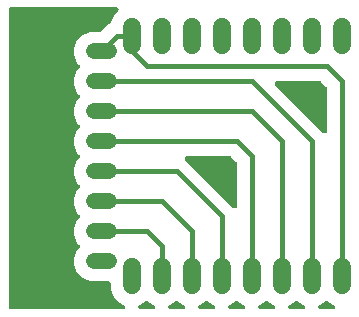
<source format=gbr>
G04 EAGLE Gerber X2 export*
G04 #@! %TF.Part,Single*
G04 #@! %TF.FileFunction,Copper,L1,Top,Mixed*
G04 #@! %TF.FilePolarity,Positive*
G04 #@! %TF.GenerationSoftware,Autodesk,EAGLE,9.0.0*
G04 #@! %TF.CreationDate,2019-08-08T19:07:45Z*
G75*
%MOMM*%
%FSLAX34Y34*%
%LPD*%
%AMOC8*
5,1,8,0,0,1.08239X$1,22.5*%
G01*
%ADD10C,1.524000*%
%ADD11C,1.320800*%
%ADD12C,0.406400*%

G36*
X106685Y10161D02*
X106685Y10161D01*
X106689Y10161D01*
X106883Y10181D01*
X107081Y10201D01*
X107085Y10202D01*
X107089Y10202D01*
X107276Y10261D01*
X107466Y10319D01*
X107470Y10321D01*
X107474Y10322D01*
X107647Y10417D01*
X107820Y10511D01*
X107823Y10513D01*
X107827Y10516D01*
X107980Y10644D01*
X108129Y10768D01*
X108132Y10772D01*
X108135Y10775D01*
X108258Y10929D01*
X108381Y11082D01*
X108383Y11086D01*
X108386Y11089D01*
X108476Y11264D01*
X108567Y11439D01*
X108568Y11444D01*
X108570Y11448D01*
X108623Y11635D01*
X108678Y11826D01*
X108678Y11831D01*
X108680Y11835D01*
X108695Y12028D01*
X108711Y12228D01*
X108710Y12232D01*
X108711Y12236D01*
X108687Y12430D01*
X108664Y12627D01*
X108663Y12632D01*
X108662Y12636D01*
X108601Y12821D01*
X108539Y13010D01*
X108537Y13014D01*
X108536Y13018D01*
X108438Y13190D01*
X108341Y13361D01*
X108338Y13364D01*
X108336Y13368D01*
X108205Y13519D01*
X108078Y13665D01*
X108075Y13668D01*
X108072Y13672D01*
X107915Y13792D01*
X107760Y13912D01*
X107756Y13914D01*
X107752Y13917D01*
X107457Y14069D01*
X104228Y15406D01*
X99226Y20408D01*
X96519Y26943D01*
X96519Y32004D01*
X96517Y32022D01*
X96519Y32040D01*
X96498Y32222D01*
X96479Y32405D01*
X96474Y32422D01*
X96472Y32439D01*
X96415Y32614D01*
X96361Y32790D01*
X96353Y32805D01*
X96347Y32822D01*
X96257Y32982D01*
X96169Y33144D01*
X96158Y33157D01*
X96149Y33173D01*
X96029Y33312D01*
X95912Y33453D01*
X95898Y33464D01*
X95886Y33478D01*
X95741Y33590D01*
X95598Y33705D01*
X95582Y33713D01*
X95568Y33724D01*
X95403Y33806D01*
X95241Y33891D01*
X95224Y33896D01*
X95208Y33904D01*
X95029Y33951D01*
X94854Y34002D01*
X94836Y34004D01*
X94819Y34008D01*
X94488Y34035D01*
X78961Y34035D01*
X72800Y36588D01*
X68084Y41304D01*
X65531Y47465D01*
X65531Y54135D01*
X68084Y60296D01*
X69851Y62064D01*
X69862Y62078D01*
X69876Y62089D01*
X69990Y62233D01*
X70106Y62375D01*
X70114Y62391D01*
X70125Y62405D01*
X70209Y62569D01*
X70294Y62731D01*
X70300Y62748D01*
X70308Y62764D01*
X70357Y62941D01*
X70409Y63117D01*
X70411Y63135D01*
X70416Y63152D01*
X70429Y63335D01*
X70446Y63518D01*
X70444Y63536D01*
X70445Y63553D01*
X70422Y63735D01*
X70402Y63918D01*
X70397Y63935D01*
X70395Y63953D01*
X70336Y64127D01*
X70281Y64302D01*
X70272Y64318D01*
X70266Y64334D01*
X70175Y64493D01*
X70086Y64654D01*
X70074Y64668D01*
X70065Y64683D01*
X69851Y64936D01*
X68084Y66704D01*
X65531Y72865D01*
X65531Y79535D01*
X68084Y85696D01*
X69851Y87464D01*
X69862Y87478D01*
X69876Y87489D01*
X69990Y87633D01*
X70106Y87775D01*
X70114Y87791D01*
X70125Y87805D01*
X70209Y87969D01*
X70294Y88131D01*
X70300Y88148D01*
X70308Y88164D01*
X70357Y88341D01*
X70409Y88517D01*
X70411Y88535D01*
X70416Y88552D01*
X70429Y88735D01*
X70446Y88918D01*
X70444Y88936D01*
X70445Y88953D01*
X70422Y89135D01*
X70402Y89318D01*
X70397Y89335D01*
X70395Y89353D01*
X70336Y89527D01*
X70281Y89702D01*
X70272Y89718D01*
X70266Y89734D01*
X70175Y89893D01*
X70086Y90054D01*
X70074Y90068D01*
X70065Y90083D01*
X69851Y90336D01*
X68084Y92104D01*
X65531Y98265D01*
X65531Y104935D01*
X68084Y111096D01*
X69851Y112864D01*
X69862Y112878D01*
X69876Y112889D01*
X69990Y113033D01*
X70106Y113175D01*
X70114Y113191D01*
X70125Y113205D01*
X70209Y113369D01*
X70294Y113531D01*
X70300Y113548D01*
X70308Y113564D01*
X70357Y113741D01*
X70409Y113917D01*
X70411Y113935D01*
X70416Y113952D01*
X70429Y114135D01*
X70446Y114318D01*
X70444Y114336D01*
X70445Y114353D01*
X70422Y114535D01*
X70402Y114718D01*
X70397Y114735D01*
X70395Y114753D01*
X70336Y114927D01*
X70281Y115102D01*
X70272Y115118D01*
X70266Y115134D01*
X70175Y115293D01*
X70086Y115454D01*
X70074Y115468D01*
X70065Y115483D01*
X69851Y115736D01*
X68084Y117504D01*
X65531Y123665D01*
X65531Y130335D01*
X68084Y136496D01*
X69851Y138264D01*
X69862Y138278D01*
X69876Y138289D01*
X69990Y138433D01*
X70106Y138575D01*
X70114Y138591D01*
X70125Y138605D01*
X70209Y138769D01*
X70294Y138931D01*
X70300Y138948D01*
X70308Y138964D01*
X70357Y139141D01*
X70409Y139317D01*
X70411Y139335D01*
X70416Y139352D01*
X70429Y139535D01*
X70446Y139718D01*
X70444Y139736D01*
X70445Y139753D01*
X70422Y139935D01*
X70402Y140118D01*
X70397Y140135D01*
X70395Y140153D01*
X70336Y140327D01*
X70281Y140502D01*
X70272Y140518D01*
X70266Y140534D01*
X70175Y140693D01*
X70086Y140854D01*
X70074Y140868D01*
X70065Y140883D01*
X69851Y141136D01*
X68084Y142904D01*
X65531Y149065D01*
X65531Y155735D01*
X68084Y161896D01*
X69851Y163664D01*
X69862Y163678D01*
X69876Y163689D01*
X69990Y163833D01*
X70106Y163975D01*
X70114Y163991D01*
X70125Y164005D01*
X70209Y164169D01*
X70294Y164331D01*
X70300Y164348D01*
X70308Y164364D01*
X70357Y164541D01*
X70409Y164717D01*
X70411Y164735D01*
X70416Y164752D01*
X70429Y164935D01*
X70446Y165118D01*
X70444Y165136D01*
X70445Y165153D01*
X70422Y165335D01*
X70402Y165518D01*
X70397Y165535D01*
X70395Y165553D01*
X70336Y165727D01*
X70281Y165902D01*
X70272Y165918D01*
X70266Y165934D01*
X70175Y166093D01*
X70086Y166254D01*
X70074Y166268D01*
X70065Y166283D01*
X69851Y166536D01*
X68084Y168304D01*
X65531Y174465D01*
X65531Y181135D01*
X68084Y187296D01*
X69851Y189064D01*
X69862Y189078D01*
X69876Y189089D01*
X69990Y189233D01*
X70106Y189375D01*
X70114Y189391D01*
X70125Y189405D01*
X70209Y189569D01*
X70294Y189731D01*
X70300Y189748D01*
X70308Y189764D01*
X70357Y189941D01*
X70409Y190117D01*
X70411Y190135D01*
X70416Y190152D01*
X70429Y190334D01*
X70446Y190518D01*
X70444Y190536D01*
X70445Y190553D01*
X70422Y190735D01*
X70402Y190918D01*
X70397Y190935D01*
X70395Y190953D01*
X70336Y191127D01*
X70281Y191302D01*
X70272Y191318D01*
X70266Y191334D01*
X70175Y191493D01*
X70086Y191654D01*
X70074Y191668D01*
X70065Y191683D01*
X69851Y191936D01*
X68084Y193704D01*
X65531Y199865D01*
X65531Y206535D01*
X68084Y212696D01*
X69851Y214464D01*
X69862Y214478D01*
X69876Y214489D01*
X69990Y214633D01*
X70106Y214775D01*
X70114Y214791D01*
X70125Y214805D01*
X70209Y214969D01*
X70294Y215131D01*
X70300Y215148D01*
X70308Y215164D01*
X70357Y215341D01*
X70409Y215517D01*
X70411Y215535D01*
X70416Y215552D01*
X70429Y215735D01*
X70446Y215918D01*
X70444Y215936D01*
X70445Y215953D01*
X70422Y216135D01*
X70402Y216318D01*
X70397Y216335D01*
X70395Y216353D01*
X70336Y216527D01*
X70281Y216702D01*
X70272Y216718D01*
X70266Y216734D01*
X70175Y216893D01*
X70086Y217054D01*
X70074Y217068D01*
X70065Y217083D01*
X69851Y217336D01*
X68084Y219104D01*
X65531Y225265D01*
X65531Y231935D01*
X68084Y238096D01*
X72800Y242812D01*
X78961Y245365D01*
X87580Y245365D01*
X87607Y245367D01*
X87634Y245365D01*
X87807Y245387D01*
X87981Y245405D01*
X88006Y245412D01*
X88033Y245416D01*
X88199Y245471D01*
X88366Y245523D01*
X88389Y245536D01*
X88415Y245544D01*
X88566Y245631D01*
X88720Y245715D01*
X88740Y245732D01*
X88764Y245745D01*
X89017Y245960D01*
X94693Y251637D01*
X95710Y252058D01*
X95733Y252070D01*
X95759Y252079D01*
X95911Y252165D01*
X96065Y252248D01*
X96085Y252265D01*
X96109Y252278D01*
X96240Y252393D01*
X96375Y252504D01*
X96392Y252525D01*
X96412Y252543D01*
X96519Y252681D01*
X96629Y252817D01*
X96641Y252841D01*
X96658Y252862D01*
X96809Y253157D01*
X99226Y258992D01*
X102706Y262472D01*
X102712Y262479D01*
X102718Y262484D01*
X102839Y262634D01*
X102961Y262783D01*
X102965Y262791D01*
X102971Y262798D01*
X103059Y262968D01*
X103150Y263139D01*
X103152Y263148D01*
X103156Y263155D01*
X103209Y263340D01*
X103264Y263525D01*
X103265Y263534D01*
X103268Y263542D01*
X103283Y263733D01*
X103301Y263926D01*
X103300Y263935D01*
X103301Y263944D01*
X103278Y264133D01*
X103257Y264326D01*
X103255Y264335D01*
X103254Y264343D01*
X103194Y264525D01*
X103136Y264710D01*
X103132Y264718D01*
X103129Y264726D01*
X103034Y264895D01*
X102941Y265062D01*
X102935Y265069D01*
X102931Y265077D01*
X102805Y265223D01*
X102681Y265369D01*
X102674Y265375D01*
X102668Y265382D01*
X102516Y265499D01*
X102365Y265619D01*
X102357Y265623D01*
X102350Y265628D01*
X102178Y265714D01*
X102006Y265801D01*
X101997Y265804D01*
X101989Y265808D01*
X101803Y265858D01*
X101618Y265909D01*
X101609Y265910D01*
X101600Y265912D01*
X101270Y265939D01*
X12192Y265939D01*
X12174Y265937D01*
X12156Y265939D01*
X11974Y265918D01*
X11791Y265899D01*
X11774Y265894D01*
X11757Y265892D01*
X11582Y265835D01*
X11406Y265781D01*
X11391Y265773D01*
X11374Y265767D01*
X11214Y265677D01*
X11052Y265589D01*
X11039Y265578D01*
X11023Y265569D01*
X10884Y265449D01*
X10743Y265332D01*
X10732Y265318D01*
X10718Y265306D01*
X10606Y265161D01*
X10491Y265018D01*
X10483Y265002D01*
X10472Y264988D01*
X10390Y264823D01*
X10305Y264661D01*
X10300Y264644D01*
X10292Y264628D01*
X10245Y264449D01*
X10194Y264274D01*
X10192Y264256D01*
X10188Y264239D01*
X10161Y263908D01*
X10161Y12192D01*
X10163Y12174D01*
X10161Y12156D01*
X10183Y11973D01*
X10201Y11791D01*
X10206Y11774D01*
X10208Y11757D01*
X10265Y11582D01*
X10319Y11406D01*
X10327Y11391D01*
X10333Y11374D01*
X10423Y11214D01*
X10511Y11052D01*
X10522Y11039D01*
X10531Y11023D01*
X10651Y10884D01*
X10768Y10743D01*
X10782Y10732D01*
X10794Y10718D01*
X10939Y10606D01*
X11082Y10491D01*
X11098Y10483D01*
X11112Y10472D01*
X11277Y10390D01*
X11439Y10305D01*
X11456Y10300D01*
X11472Y10292D01*
X11651Y10245D01*
X11826Y10194D01*
X11844Y10192D01*
X11861Y10188D01*
X12192Y10161D01*
X106680Y10161D01*
X106685Y10161D01*
G37*
G36*
X277903Y159309D02*
X277903Y159309D01*
X277912Y159309D01*
X278101Y159331D01*
X278294Y159352D01*
X278303Y159355D01*
X278311Y159356D01*
X278493Y159415D01*
X278678Y159473D01*
X278686Y159478D01*
X278694Y159481D01*
X278863Y159576D01*
X279030Y159668D01*
X279037Y159674D01*
X279045Y159678D01*
X279191Y159804D01*
X279337Y159929D01*
X279343Y159936D01*
X279350Y159942D01*
X279467Y160093D01*
X279587Y160245D01*
X279591Y160253D01*
X279596Y160260D01*
X279682Y160432D01*
X279769Y160604D01*
X279772Y160612D01*
X279776Y160620D01*
X279826Y160807D01*
X279877Y160991D01*
X279878Y161000D01*
X279880Y161009D01*
X279907Y161340D01*
X279907Y197308D01*
X279905Y197335D01*
X279907Y197362D01*
X279885Y197535D01*
X279867Y197709D01*
X279860Y197734D01*
X279856Y197761D01*
X279801Y197927D01*
X279749Y198094D01*
X279736Y198117D01*
X279728Y198143D01*
X279641Y198294D01*
X279557Y198448D01*
X279540Y198468D01*
X279527Y198492D01*
X279312Y198745D01*
X274945Y203112D01*
X274924Y203129D01*
X274906Y203150D01*
X274768Y203257D01*
X274633Y203367D01*
X274609Y203380D01*
X274588Y203396D01*
X274431Y203474D01*
X274277Y203556D01*
X274252Y203564D01*
X274228Y203576D01*
X274058Y203621D01*
X273891Y203671D01*
X273865Y203673D01*
X273839Y203680D01*
X273508Y203707D01*
X237540Y203707D01*
X237531Y203706D01*
X237522Y203707D01*
X237329Y203686D01*
X237139Y203667D01*
X237131Y203665D01*
X237122Y203664D01*
X236937Y203605D01*
X236754Y203549D01*
X236746Y203545D01*
X236738Y203542D01*
X236570Y203449D01*
X236400Y203357D01*
X236393Y203352D01*
X236385Y203347D01*
X236238Y203223D01*
X236091Y203100D01*
X236085Y203093D01*
X236078Y203087D01*
X235959Y202935D01*
X235839Y202786D01*
X235834Y202778D01*
X235829Y202771D01*
X235741Y202598D01*
X235653Y202429D01*
X235651Y202420D01*
X235647Y202412D01*
X235595Y202226D01*
X235542Y202042D01*
X235541Y202033D01*
X235539Y202024D01*
X235524Y201831D01*
X235509Y201640D01*
X235510Y201632D01*
X235509Y201623D01*
X235533Y201430D01*
X235556Y201241D01*
X235558Y201232D01*
X235560Y201223D01*
X235621Y201041D01*
X235681Y200858D01*
X235685Y200850D01*
X235688Y200842D01*
X235784Y200675D01*
X235878Y200507D01*
X235884Y200500D01*
X235889Y200493D01*
X236103Y200240D01*
X276440Y159903D01*
X276447Y159898D01*
X276452Y159891D01*
X276602Y159771D01*
X276751Y159648D01*
X276759Y159644D01*
X276766Y159639D01*
X276937Y159550D01*
X277107Y159460D01*
X277115Y159457D01*
X277123Y159453D01*
X277309Y159400D01*
X277493Y159345D01*
X277502Y159344D01*
X277510Y159342D01*
X277702Y159326D01*
X277894Y159309D01*
X277903Y159309D01*
G37*
G36*
X201703Y95809D02*
X201703Y95809D01*
X201712Y95809D01*
X201901Y95831D01*
X202094Y95852D01*
X202103Y95855D01*
X202111Y95856D01*
X202293Y95915D01*
X202478Y95973D01*
X202486Y95978D01*
X202494Y95981D01*
X202663Y96076D01*
X202830Y96168D01*
X202837Y96174D01*
X202845Y96178D01*
X202991Y96304D01*
X203137Y96429D01*
X203143Y96436D01*
X203150Y96442D01*
X203267Y96593D01*
X203387Y96745D01*
X203391Y96753D01*
X203396Y96760D01*
X203482Y96932D01*
X203569Y97104D01*
X203572Y97112D01*
X203576Y97120D01*
X203626Y97306D01*
X203677Y97491D01*
X203678Y97500D01*
X203680Y97509D01*
X203707Y97840D01*
X203707Y133808D01*
X203705Y133835D01*
X203707Y133862D01*
X203685Y134035D01*
X203667Y134209D01*
X203660Y134234D01*
X203656Y134261D01*
X203601Y134427D01*
X203549Y134594D01*
X203536Y134617D01*
X203528Y134643D01*
X203441Y134794D01*
X203357Y134948D01*
X203340Y134968D01*
X203327Y134992D01*
X203112Y135245D01*
X198745Y139612D01*
X198724Y139629D01*
X198706Y139650D01*
X198568Y139756D01*
X198433Y139867D01*
X198409Y139880D01*
X198388Y139896D01*
X198231Y139974D01*
X198077Y140056D01*
X198052Y140064D01*
X198028Y140076D01*
X197858Y140121D01*
X197691Y140171D01*
X197665Y140173D01*
X197639Y140180D01*
X197308Y140207D01*
X161340Y140207D01*
X161331Y140206D01*
X161322Y140207D01*
X161129Y140186D01*
X160939Y140167D01*
X160931Y140165D01*
X160922Y140164D01*
X160737Y140105D01*
X160554Y140049D01*
X160546Y140045D01*
X160538Y140042D01*
X160370Y139949D01*
X160200Y139857D01*
X160193Y139852D01*
X160185Y139847D01*
X160038Y139723D01*
X159891Y139600D01*
X159885Y139593D01*
X159878Y139587D01*
X159759Y139435D01*
X159639Y139286D01*
X159634Y139278D01*
X159629Y139271D01*
X159541Y139098D01*
X159453Y138929D01*
X159451Y138920D01*
X159447Y138912D01*
X159395Y138726D01*
X159342Y138542D01*
X159341Y138533D01*
X159339Y138524D01*
X159324Y138331D01*
X159309Y138140D01*
X159310Y138132D01*
X159309Y138123D01*
X159333Y137930D01*
X159356Y137741D01*
X159358Y137732D01*
X159360Y137723D01*
X159421Y137541D01*
X159481Y137358D01*
X159485Y137350D01*
X159488Y137342D01*
X159584Y137175D01*
X159678Y137007D01*
X159684Y137000D01*
X159689Y136993D01*
X159903Y136740D01*
X197121Y99522D01*
X200240Y96403D01*
X200247Y96398D01*
X200252Y96391D01*
X200402Y96271D01*
X200551Y96148D01*
X200559Y96144D01*
X200566Y96139D01*
X200736Y96050D01*
X200907Y95960D01*
X200916Y95957D01*
X200923Y95953D01*
X201108Y95900D01*
X201293Y95845D01*
X201302Y95844D01*
X201310Y95842D01*
X201501Y95826D01*
X201694Y95809D01*
X201703Y95809D01*
G37*
G36*
X182885Y10161D02*
X182885Y10161D01*
X182889Y10161D01*
X183083Y10181D01*
X183281Y10201D01*
X183285Y10202D01*
X183289Y10202D01*
X183476Y10261D01*
X183666Y10319D01*
X183670Y10321D01*
X183674Y10322D01*
X183847Y10417D01*
X184020Y10511D01*
X184023Y10513D01*
X184027Y10516D01*
X184180Y10644D01*
X184329Y10768D01*
X184332Y10772D01*
X184335Y10775D01*
X184458Y10929D01*
X184581Y11082D01*
X184583Y11086D01*
X184586Y11089D01*
X184676Y11264D01*
X184767Y11439D01*
X184768Y11444D01*
X184770Y11448D01*
X184823Y11635D01*
X184878Y11826D01*
X184878Y11831D01*
X184880Y11835D01*
X184895Y12028D01*
X184911Y12228D01*
X184910Y12232D01*
X184911Y12236D01*
X184887Y12430D01*
X184864Y12627D01*
X184863Y12632D01*
X184862Y12636D01*
X184801Y12821D01*
X184739Y13010D01*
X184737Y13014D01*
X184736Y13018D01*
X184638Y13190D01*
X184541Y13361D01*
X184538Y13364D01*
X184536Y13368D01*
X184405Y13519D01*
X184278Y13665D01*
X184275Y13668D01*
X184272Y13672D01*
X184115Y13792D01*
X183960Y13912D01*
X183956Y13914D01*
X183952Y13917D01*
X183657Y14069D01*
X180428Y15406D01*
X179236Y16598D01*
X179222Y16609D01*
X179211Y16623D01*
X179067Y16737D01*
X178925Y16853D01*
X178909Y16861D01*
X178895Y16872D01*
X178731Y16956D01*
X178569Y17042D01*
X178552Y17047D01*
X178536Y17055D01*
X178359Y17104D01*
X178183Y17156D01*
X178165Y17158D01*
X178148Y17163D01*
X177965Y17176D01*
X177782Y17193D01*
X177764Y17191D01*
X177747Y17192D01*
X177565Y17169D01*
X177382Y17149D01*
X177365Y17144D01*
X177347Y17142D01*
X177173Y17083D01*
X176998Y17028D01*
X176982Y17019D01*
X176966Y17014D01*
X176807Y16922D01*
X176646Y16833D01*
X176632Y16821D01*
X176617Y16813D01*
X176364Y16598D01*
X175172Y15406D01*
X171943Y14069D01*
X171939Y14067D01*
X171934Y14065D01*
X171762Y13972D01*
X171588Y13878D01*
X171584Y13876D01*
X171580Y13873D01*
X171432Y13749D01*
X171277Y13622D01*
X171275Y13619D01*
X171271Y13616D01*
X171148Y13463D01*
X171024Y13309D01*
X171022Y13305D01*
X171019Y13302D01*
X170929Y13129D01*
X170837Y12953D01*
X170835Y12949D01*
X170833Y12945D01*
X170779Y12756D01*
X170724Y12566D01*
X170723Y12562D01*
X170722Y12558D01*
X170706Y12360D01*
X170689Y12165D01*
X170689Y12161D01*
X170689Y12156D01*
X170712Y11962D01*
X170734Y11765D01*
X170735Y11761D01*
X170736Y11757D01*
X170796Y11571D01*
X170857Y11382D01*
X170859Y11378D01*
X170861Y11374D01*
X170958Y11201D01*
X171054Y11030D01*
X171056Y11027D01*
X171059Y11023D01*
X171187Y10874D01*
X171315Y10725D01*
X171319Y10722D01*
X171322Y10718D01*
X171477Y10598D01*
X171632Y10476D01*
X171636Y10474D01*
X171640Y10472D01*
X171818Y10383D01*
X171992Y10296D01*
X171996Y10294D01*
X172000Y10292D01*
X172192Y10241D01*
X172380Y10189D01*
X172385Y10189D01*
X172389Y10188D01*
X172720Y10161D01*
X182880Y10161D01*
X182885Y10161D01*
G37*
G36*
X132085Y10161D02*
X132085Y10161D01*
X132089Y10161D01*
X132283Y10181D01*
X132481Y10201D01*
X132485Y10202D01*
X132489Y10202D01*
X132676Y10261D01*
X132866Y10319D01*
X132870Y10321D01*
X132874Y10322D01*
X133047Y10417D01*
X133220Y10511D01*
X133223Y10513D01*
X133227Y10516D01*
X133380Y10644D01*
X133529Y10768D01*
X133532Y10772D01*
X133535Y10775D01*
X133658Y10929D01*
X133781Y11082D01*
X133783Y11086D01*
X133786Y11089D01*
X133876Y11264D01*
X133967Y11439D01*
X133968Y11444D01*
X133970Y11448D01*
X134023Y11635D01*
X134078Y11826D01*
X134078Y11831D01*
X134080Y11835D01*
X134095Y12028D01*
X134111Y12228D01*
X134110Y12232D01*
X134111Y12236D01*
X134087Y12430D01*
X134064Y12627D01*
X134063Y12632D01*
X134062Y12636D01*
X134001Y12821D01*
X133939Y13010D01*
X133937Y13014D01*
X133936Y13018D01*
X133838Y13190D01*
X133741Y13361D01*
X133738Y13364D01*
X133736Y13368D01*
X133605Y13519D01*
X133478Y13665D01*
X133475Y13668D01*
X133472Y13672D01*
X133315Y13792D01*
X133160Y13912D01*
X133156Y13914D01*
X133152Y13917D01*
X132857Y14069D01*
X129628Y15406D01*
X128436Y16598D01*
X128422Y16609D01*
X128411Y16623D01*
X128267Y16737D01*
X128125Y16853D01*
X128109Y16861D01*
X128095Y16872D01*
X127931Y16956D01*
X127769Y17042D01*
X127752Y17047D01*
X127736Y17055D01*
X127559Y17104D01*
X127383Y17156D01*
X127365Y17158D01*
X127348Y17163D01*
X127165Y17176D01*
X126982Y17193D01*
X126964Y17191D01*
X126947Y17192D01*
X126765Y17169D01*
X126582Y17149D01*
X126565Y17144D01*
X126547Y17142D01*
X126373Y17083D01*
X126198Y17028D01*
X126182Y17019D01*
X126166Y17014D01*
X126007Y16922D01*
X125846Y16833D01*
X125832Y16821D01*
X125817Y16813D01*
X125564Y16598D01*
X124372Y15406D01*
X121143Y14069D01*
X121139Y14067D01*
X121134Y14065D01*
X120962Y13972D01*
X120788Y13878D01*
X120784Y13876D01*
X120780Y13873D01*
X120632Y13749D01*
X120477Y13622D01*
X120475Y13619D01*
X120471Y13616D01*
X120348Y13463D01*
X120224Y13309D01*
X120222Y13305D01*
X120219Y13302D01*
X120129Y13129D01*
X120037Y12953D01*
X120035Y12949D01*
X120033Y12945D01*
X119979Y12756D01*
X119924Y12566D01*
X119923Y12562D01*
X119922Y12558D01*
X119906Y12360D01*
X119889Y12165D01*
X119889Y12161D01*
X119889Y12156D01*
X119912Y11962D01*
X119934Y11765D01*
X119935Y11761D01*
X119936Y11757D01*
X119996Y11571D01*
X120057Y11382D01*
X120059Y11378D01*
X120061Y11374D01*
X120158Y11201D01*
X120254Y11030D01*
X120256Y11027D01*
X120259Y11023D01*
X120387Y10874D01*
X120515Y10725D01*
X120519Y10722D01*
X120522Y10718D01*
X120677Y10598D01*
X120832Y10476D01*
X120836Y10474D01*
X120840Y10472D01*
X121018Y10383D01*
X121192Y10296D01*
X121196Y10294D01*
X121200Y10292D01*
X121392Y10241D01*
X121580Y10189D01*
X121585Y10189D01*
X121589Y10188D01*
X121920Y10161D01*
X132080Y10161D01*
X132085Y10161D01*
G37*
G36*
X157485Y10161D02*
X157485Y10161D01*
X157489Y10161D01*
X157683Y10181D01*
X157881Y10201D01*
X157885Y10202D01*
X157889Y10202D01*
X158076Y10261D01*
X158266Y10319D01*
X158270Y10321D01*
X158274Y10322D01*
X158447Y10417D01*
X158620Y10511D01*
X158623Y10513D01*
X158627Y10516D01*
X158780Y10644D01*
X158929Y10768D01*
X158932Y10772D01*
X158935Y10775D01*
X159058Y10929D01*
X159181Y11082D01*
X159183Y11086D01*
X159186Y11089D01*
X159276Y11264D01*
X159367Y11439D01*
X159368Y11444D01*
X159370Y11448D01*
X159423Y11635D01*
X159478Y11826D01*
X159478Y11831D01*
X159480Y11835D01*
X159495Y12028D01*
X159511Y12228D01*
X159510Y12232D01*
X159511Y12236D01*
X159487Y12430D01*
X159464Y12627D01*
X159463Y12632D01*
X159462Y12636D01*
X159401Y12821D01*
X159339Y13010D01*
X159337Y13014D01*
X159336Y13018D01*
X159238Y13190D01*
X159141Y13361D01*
X159138Y13364D01*
X159136Y13368D01*
X159005Y13519D01*
X158878Y13665D01*
X158875Y13668D01*
X158872Y13672D01*
X158715Y13792D01*
X158560Y13912D01*
X158556Y13914D01*
X158552Y13917D01*
X158257Y14069D01*
X155028Y15406D01*
X153836Y16598D01*
X153822Y16609D01*
X153811Y16623D01*
X153667Y16737D01*
X153525Y16853D01*
X153509Y16861D01*
X153495Y16872D01*
X153331Y16956D01*
X153169Y17042D01*
X153152Y17047D01*
X153136Y17055D01*
X152959Y17104D01*
X152783Y17156D01*
X152765Y17158D01*
X152748Y17163D01*
X152565Y17176D01*
X152382Y17193D01*
X152364Y17191D01*
X152347Y17192D01*
X152165Y17169D01*
X151982Y17149D01*
X151965Y17144D01*
X151947Y17142D01*
X151773Y17083D01*
X151598Y17028D01*
X151582Y17019D01*
X151566Y17014D01*
X151407Y16922D01*
X151246Y16833D01*
X151232Y16821D01*
X151217Y16813D01*
X150964Y16598D01*
X149772Y15406D01*
X146543Y14069D01*
X146539Y14067D01*
X146534Y14065D01*
X146362Y13972D01*
X146188Y13878D01*
X146184Y13876D01*
X146180Y13873D01*
X146032Y13749D01*
X145877Y13622D01*
X145875Y13619D01*
X145871Y13616D01*
X145748Y13463D01*
X145624Y13309D01*
X145622Y13305D01*
X145619Y13302D01*
X145529Y13129D01*
X145437Y12953D01*
X145435Y12949D01*
X145433Y12945D01*
X145379Y12756D01*
X145324Y12566D01*
X145323Y12562D01*
X145322Y12558D01*
X145306Y12360D01*
X145289Y12165D01*
X145289Y12161D01*
X145289Y12156D01*
X145312Y11962D01*
X145334Y11765D01*
X145335Y11761D01*
X145336Y11757D01*
X145396Y11571D01*
X145457Y11382D01*
X145459Y11378D01*
X145461Y11374D01*
X145558Y11201D01*
X145654Y11030D01*
X145656Y11027D01*
X145659Y11023D01*
X145787Y10874D01*
X145915Y10725D01*
X145919Y10722D01*
X145922Y10718D01*
X146077Y10598D01*
X146232Y10476D01*
X146236Y10474D01*
X146240Y10472D01*
X146418Y10383D01*
X146592Y10296D01*
X146596Y10294D01*
X146600Y10292D01*
X146792Y10241D01*
X146980Y10189D01*
X146985Y10189D01*
X146989Y10188D01*
X147320Y10161D01*
X157480Y10161D01*
X157485Y10161D01*
G37*
G36*
X284485Y10161D02*
X284485Y10161D01*
X284489Y10161D01*
X284683Y10181D01*
X284881Y10201D01*
X284885Y10202D01*
X284889Y10202D01*
X285076Y10261D01*
X285266Y10319D01*
X285270Y10321D01*
X285274Y10322D01*
X285447Y10417D01*
X285620Y10511D01*
X285623Y10513D01*
X285627Y10516D01*
X285780Y10644D01*
X285929Y10768D01*
X285932Y10772D01*
X285935Y10775D01*
X286058Y10929D01*
X286181Y11082D01*
X286183Y11086D01*
X286186Y11089D01*
X286276Y11264D01*
X286367Y11439D01*
X286368Y11444D01*
X286370Y11448D01*
X286423Y11635D01*
X286478Y11826D01*
X286478Y11831D01*
X286480Y11835D01*
X286495Y12028D01*
X286511Y12228D01*
X286510Y12232D01*
X286511Y12236D01*
X286487Y12430D01*
X286464Y12627D01*
X286463Y12632D01*
X286462Y12636D01*
X286401Y12821D01*
X286339Y13010D01*
X286337Y13014D01*
X286336Y13018D01*
X286238Y13190D01*
X286141Y13361D01*
X286138Y13364D01*
X286136Y13368D01*
X286005Y13519D01*
X285878Y13665D01*
X285875Y13668D01*
X285872Y13672D01*
X285715Y13792D01*
X285560Y13912D01*
X285556Y13914D01*
X285552Y13917D01*
X285257Y14069D01*
X282028Y15406D01*
X280836Y16598D01*
X280822Y16609D01*
X280811Y16623D01*
X280667Y16737D01*
X280525Y16853D01*
X280509Y16861D01*
X280495Y16872D01*
X280331Y16956D01*
X280169Y17042D01*
X280152Y17047D01*
X280136Y17055D01*
X279959Y17104D01*
X279783Y17156D01*
X279765Y17158D01*
X279748Y17163D01*
X279565Y17176D01*
X279382Y17193D01*
X279364Y17191D01*
X279347Y17192D01*
X279165Y17169D01*
X278982Y17149D01*
X278965Y17144D01*
X278947Y17142D01*
X278773Y17083D01*
X278598Y17028D01*
X278582Y17019D01*
X278566Y17014D01*
X278407Y16922D01*
X278246Y16833D01*
X278232Y16821D01*
X278217Y16813D01*
X277964Y16598D01*
X276772Y15406D01*
X273543Y14069D01*
X273539Y14067D01*
X273534Y14065D01*
X273362Y13972D01*
X273188Y13878D01*
X273184Y13876D01*
X273180Y13873D01*
X273032Y13749D01*
X272877Y13622D01*
X272875Y13619D01*
X272871Y13616D01*
X272748Y13463D01*
X272624Y13309D01*
X272622Y13305D01*
X272619Y13302D01*
X272529Y13129D01*
X272437Y12953D01*
X272435Y12949D01*
X272433Y12945D01*
X272379Y12756D01*
X272324Y12566D01*
X272323Y12562D01*
X272322Y12558D01*
X272306Y12360D01*
X272289Y12165D01*
X272289Y12161D01*
X272289Y12156D01*
X272312Y11962D01*
X272334Y11765D01*
X272335Y11761D01*
X272336Y11757D01*
X272396Y11571D01*
X272457Y11382D01*
X272459Y11378D01*
X272461Y11374D01*
X272558Y11201D01*
X272654Y11030D01*
X272656Y11027D01*
X272659Y11023D01*
X272787Y10874D01*
X272915Y10725D01*
X272919Y10722D01*
X272922Y10718D01*
X273077Y10598D01*
X273232Y10476D01*
X273236Y10474D01*
X273240Y10472D01*
X273418Y10383D01*
X273592Y10296D01*
X273596Y10294D01*
X273600Y10292D01*
X273792Y10241D01*
X273980Y10189D01*
X273985Y10189D01*
X273989Y10188D01*
X274320Y10161D01*
X284480Y10161D01*
X284485Y10161D01*
G37*
G36*
X259085Y10161D02*
X259085Y10161D01*
X259089Y10161D01*
X259283Y10181D01*
X259481Y10201D01*
X259485Y10202D01*
X259489Y10202D01*
X259676Y10261D01*
X259866Y10319D01*
X259870Y10321D01*
X259874Y10322D01*
X260047Y10417D01*
X260220Y10511D01*
X260223Y10513D01*
X260227Y10516D01*
X260380Y10644D01*
X260529Y10768D01*
X260532Y10772D01*
X260535Y10775D01*
X260658Y10929D01*
X260781Y11082D01*
X260783Y11086D01*
X260786Y11089D01*
X260876Y11264D01*
X260967Y11439D01*
X260968Y11444D01*
X260970Y11448D01*
X261023Y11635D01*
X261078Y11826D01*
X261078Y11831D01*
X261080Y11835D01*
X261095Y12028D01*
X261111Y12228D01*
X261110Y12232D01*
X261111Y12236D01*
X261087Y12430D01*
X261064Y12627D01*
X261063Y12632D01*
X261062Y12636D01*
X261001Y12821D01*
X260939Y13010D01*
X260937Y13014D01*
X260936Y13018D01*
X260838Y13190D01*
X260741Y13361D01*
X260738Y13364D01*
X260736Y13368D01*
X260605Y13519D01*
X260478Y13665D01*
X260475Y13668D01*
X260472Y13672D01*
X260315Y13792D01*
X260160Y13912D01*
X260156Y13914D01*
X260152Y13917D01*
X259857Y14069D01*
X256628Y15406D01*
X255436Y16598D01*
X255422Y16609D01*
X255411Y16623D01*
X255267Y16737D01*
X255125Y16853D01*
X255109Y16861D01*
X255095Y16872D01*
X254931Y16956D01*
X254769Y17042D01*
X254752Y17047D01*
X254736Y17055D01*
X254559Y17104D01*
X254383Y17156D01*
X254365Y17158D01*
X254348Y17163D01*
X254165Y17176D01*
X253982Y17193D01*
X253964Y17191D01*
X253947Y17192D01*
X253765Y17169D01*
X253582Y17149D01*
X253565Y17144D01*
X253547Y17142D01*
X253373Y17083D01*
X253198Y17028D01*
X253182Y17019D01*
X253166Y17014D01*
X253007Y16922D01*
X252846Y16833D01*
X252832Y16821D01*
X252817Y16813D01*
X252564Y16598D01*
X251372Y15406D01*
X248143Y14069D01*
X248139Y14067D01*
X248134Y14065D01*
X247962Y13972D01*
X247788Y13878D01*
X247784Y13876D01*
X247780Y13873D01*
X247632Y13749D01*
X247477Y13622D01*
X247475Y13619D01*
X247471Y13616D01*
X247348Y13463D01*
X247224Y13309D01*
X247222Y13305D01*
X247219Y13302D01*
X247129Y13129D01*
X247037Y12953D01*
X247035Y12949D01*
X247033Y12945D01*
X246979Y12756D01*
X246924Y12566D01*
X246923Y12562D01*
X246922Y12558D01*
X246906Y12360D01*
X246889Y12165D01*
X246889Y12161D01*
X246889Y12156D01*
X246912Y11962D01*
X246934Y11765D01*
X246935Y11761D01*
X246936Y11757D01*
X246996Y11571D01*
X247057Y11382D01*
X247059Y11378D01*
X247061Y11374D01*
X247158Y11201D01*
X247254Y11030D01*
X247256Y11027D01*
X247259Y11023D01*
X247387Y10874D01*
X247515Y10725D01*
X247519Y10722D01*
X247522Y10718D01*
X247677Y10598D01*
X247832Y10476D01*
X247836Y10474D01*
X247840Y10472D01*
X248018Y10383D01*
X248192Y10296D01*
X248196Y10294D01*
X248200Y10292D01*
X248392Y10241D01*
X248580Y10189D01*
X248585Y10189D01*
X248589Y10188D01*
X248920Y10161D01*
X259080Y10161D01*
X259085Y10161D01*
G37*
G36*
X208285Y10161D02*
X208285Y10161D01*
X208289Y10161D01*
X208483Y10181D01*
X208681Y10201D01*
X208685Y10202D01*
X208689Y10202D01*
X208876Y10261D01*
X209066Y10319D01*
X209070Y10321D01*
X209074Y10322D01*
X209247Y10417D01*
X209420Y10511D01*
X209423Y10513D01*
X209427Y10516D01*
X209580Y10644D01*
X209729Y10768D01*
X209732Y10772D01*
X209735Y10775D01*
X209858Y10929D01*
X209981Y11082D01*
X209983Y11086D01*
X209986Y11089D01*
X210076Y11264D01*
X210167Y11439D01*
X210168Y11444D01*
X210170Y11448D01*
X210223Y11635D01*
X210278Y11826D01*
X210278Y11831D01*
X210280Y11835D01*
X210295Y12028D01*
X210311Y12228D01*
X210310Y12232D01*
X210311Y12236D01*
X210287Y12430D01*
X210264Y12627D01*
X210263Y12632D01*
X210262Y12636D01*
X210201Y12821D01*
X210139Y13010D01*
X210137Y13014D01*
X210136Y13018D01*
X210038Y13190D01*
X209941Y13361D01*
X209938Y13364D01*
X209936Y13368D01*
X209805Y13519D01*
X209678Y13665D01*
X209675Y13668D01*
X209672Y13672D01*
X209515Y13792D01*
X209360Y13912D01*
X209356Y13914D01*
X209352Y13917D01*
X209057Y14069D01*
X205828Y15406D01*
X204636Y16598D01*
X204622Y16609D01*
X204611Y16623D01*
X204467Y16737D01*
X204325Y16853D01*
X204309Y16861D01*
X204295Y16872D01*
X204131Y16956D01*
X203969Y17042D01*
X203952Y17047D01*
X203936Y17055D01*
X203759Y17104D01*
X203583Y17156D01*
X203565Y17158D01*
X203548Y17163D01*
X203365Y17176D01*
X203182Y17193D01*
X203164Y17191D01*
X203147Y17192D01*
X202965Y17169D01*
X202782Y17149D01*
X202765Y17144D01*
X202747Y17142D01*
X202573Y17083D01*
X202398Y17028D01*
X202382Y17019D01*
X202366Y17014D01*
X202207Y16922D01*
X202046Y16833D01*
X202032Y16821D01*
X202017Y16813D01*
X201764Y16598D01*
X200572Y15406D01*
X197343Y14069D01*
X197339Y14067D01*
X197334Y14065D01*
X197162Y13972D01*
X196988Y13878D01*
X196984Y13876D01*
X196980Y13873D01*
X196832Y13749D01*
X196677Y13622D01*
X196675Y13619D01*
X196671Y13616D01*
X196548Y13463D01*
X196424Y13309D01*
X196422Y13305D01*
X196419Y13302D01*
X196329Y13129D01*
X196237Y12953D01*
X196235Y12949D01*
X196233Y12945D01*
X196179Y12756D01*
X196124Y12566D01*
X196123Y12562D01*
X196122Y12558D01*
X196106Y12360D01*
X196089Y12165D01*
X196089Y12161D01*
X196089Y12156D01*
X196112Y11962D01*
X196134Y11765D01*
X196135Y11761D01*
X196136Y11757D01*
X196196Y11571D01*
X196257Y11382D01*
X196259Y11378D01*
X196261Y11374D01*
X196358Y11201D01*
X196454Y11030D01*
X196456Y11027D01*
X196459Y11023D01*
X196587Y10874D01*
X196715Y10725D01*
X196719Y10722D01*
X196722Y10718D01*
X196877Y10598D01*
X197032Y10476D01*
X197036Y10474D01*
X197040Y10472D01*
X197218Y10383D01*
X197392Y10296D01*
X197396Y10294D01*
X197400Y10292D01*
X197592Y10241D01*
X197780Y10189D01*
X197785Y10189D01*
X197789Y10188D01*
X198120Y10161D01*
X208280Y10161D01*
X208285Y10161D01*
G37*
G36*
X233685Y10161D02*
X233685Y10161D01*
X233689Y10161D01*
X233883Y10181D01*
X234081Y10201D01*
X234085Y10202D01*
X234089Y10202D01*
X234276Y10261D01*
X234466Y10319D01*
X234470Y10321D01*
X234474Y10322D01*
X234647Y10417D01*
X234820Y10511D01*
X234823Y10513D01*
X234827Y10516D01*
X234980Y10644D01*
X235129Y10768D01*
X235132Y10772D01*
X235135Y10775D01*
X235258Y10929D01*
X235381Y11082D01*
X235383Y11086D01*
X235386Y11089D01*
X235476Y11264D01*
X235567Y11439D01*
X235568Y11444D01*
X235570Y11448D01*
X235623Y11635D01*
X235678Y11826D01*
X235678Y11831D01*
X235680Y11835D01*
X235695Y12028D01*
X235711Y12228D01*
X235710Y12232D01*
X235711Y12236D01*
X235687Y12430D01*
X235664Y12627D01*
X235663Y12632D01*
X235662Y12636D01*
X235601Y12821D01*
X235539Y13010D01*
X235537Y13014D01*
X235536Y13018D01*
X235438Y13190D01*
X235341Y13361D01*
X235338Y13364D01*
X235336Y13368D01*
X235205Y13519D01*
X235078Y13665D01*
X235075Y13668D01*
X235072Y13672D01*
X234915Y13792D01*
X234760Y13912D01*
X234756Y13914D01*
X234752Y13917D01*
X234457Y14069D01*
X231228Y15406D01*
X230036Y16598D01*
X230022Y16609D01*
X230011Y16623D01*
X229867Y16737D01*
X229725Y16853D01*
X229709Y16861D01*
X229695Y16872D01*
X229531Y16956D01*
X229369Y17042D01*
X229352Y17047D01*
X229336Y17055D01*
X229159Y17104D01*
X228983Y17156D01*
X228965Y17158D01*
X228948Y17163D01*
X228765Y17176D01*
X228582Y17193D01*
X228564Y17191D01*
X228547Y17192D01*
X228365Y17169D01*
X228182Y17149D01*
X228165Y17144D01*
X228147Y17142D01*
X227973Y17083D01*
X227798Y17028D01*
X227782Y17019D01*
X227766Y17014D01*
X227607Y16922D01*
X227446Y16833D01*
X227432Y16821D01*
X227417Y16813D01*
X227164Y16598D01*
X225972Y15406D01*
X222743Y14069D01*
X222739Y14067D01*
X222734Y14065D01*
X222562Y13972D01*
X222388Y13878D01*
X222384Y13876D01*
X222380Y13873D01*
X222232Y13749D01*
X222077Y13622D01*
X222075Y13619D01*
X222071Y13616D01*
X221948Y13463D01*
X221824Y13309D01*
X221822Y13305D01*
X221819Y13302D01*
X221729Y13129D01*
X221637Y12953D01*
X221635Y12949D01*
X221633Y12945D01*
X221579Y12756D01*
X221524Y12566D01*
X221523Y12562D01*
X221522Y12558D01*
X221506Y12360D01*
X221489Y12165D01*
X221489Y12161D01*
X221489Y12156D01*
X221512Y11962D01*
X221534Y11765D01*
X221535Y11761D01*
X221536Y11757D01*
X221596Y11571D01*
X221657Y11382D01*
X221659Y11378D01*
X221661Y11374D01*
X221758Y11201D01*
X221854Y11030D01*
X221856Y11027D01*
X221859Y11023D01*
X221987Y10874D01*
X222115Y10725D01*
X222119Y10722D01*
X222122Y10718D01*
X222277Y10598D01*
X222432Y10476D01*
X222436Y10474D01*
X222440Y10472D01*
X222618Y10383D01*
X222792Y10296D01*
X222796Y10294D01*
X222800Y10292D01*
X222992Y10241D01*
X223180Y10189D01*
X223185Y10189D01*
X223189Y10188D01*
X223520Y10161D01*
X233680Y10161D01*
X233685Y10161D01*
G37*
D10*
X114300Y45720D02*
X114300Y30480D01*
X139700Y30480D02*
X139700Y45720D01*
X165100Y45720D02*
X165100Y30480D01*
X190500Y30480D02*
X190500Y45720D01*
X215900Y45720D02*
X215900Y30480D01*
X241300Y30480D02*
X241300Y45720D01*
X266700Y45720D02*
X266700Y30480D01*
X292100Y30480D02*
X292100Y45720D01*
X292100Y233680D02*
X292100Y248920D01*
X266700Y248920D02*
X266700Y233680D01*
X241300Y233680D02*
X241300Y248920D01*
X215900Y248920D02*
X215900Y233680D01*
X190500Y233680D02*
X190500Y248920D01*
X165100Y248920D02*
X165100Y233680D01*
X139700Y233680D02*
X139700Y248920D01*
X114300Y248920D02*
X114300Y233680D01*
D11*
X95504Y228600D02*
X82296Y228600D01*
X82296Y203200D02*
X95504Y203200D01*
X95504Y177800D02*
X82296Y177800D01*
X82296Y152400D02*
X95504Y152400D01*
X95504Y127000D02*
X82296Y127000D01*
X82296Y101600D02*
X95504Y101600D01*
X95504Y76200D02*
X82296Y76200D01*
X82296Y50800D02*
X95504Y50800D01*
D12*
X292100Y38100D02*
X292100Y203200D01*
X279400Y215900D01*
X127000Y215900D01*
X114300Y228600D01*
X114300Y241300D01*
X101600Y241300D02*
X88900Y228600D01*
X101600Y241300D02*
X114300Y241300D01*
X266700Y152400D02*
X266700Y38100D01*
X266700Y152400D02*
X215900Y203200D01*
X88900Y203200D01*
X241300Y152400D02*
X241300Y38100D01*
X241300Y152400D02*
X215900Y177800D01*
X88900Y177800D01*
X215900Y139700D02*
X215900Y38100D01*
X215900Y139700D02*
X203200Y152400D01*
X88900Y152400D01*
X88900Y127000D02*
X152400Y127000D01*
X190500Y88900D01*
X190500Y38100D01*
X139700Y101600D02*
X88900Y101600D01*
X139700Y101600D02*
X165100Y76200D01*
X165100Y38100D01*
X127000Y76200D02*
X88900Y76200D01*
X127000Y76200D02*
X139700Y63500D01*
X139700Y38100D01*
M02*

</source>
